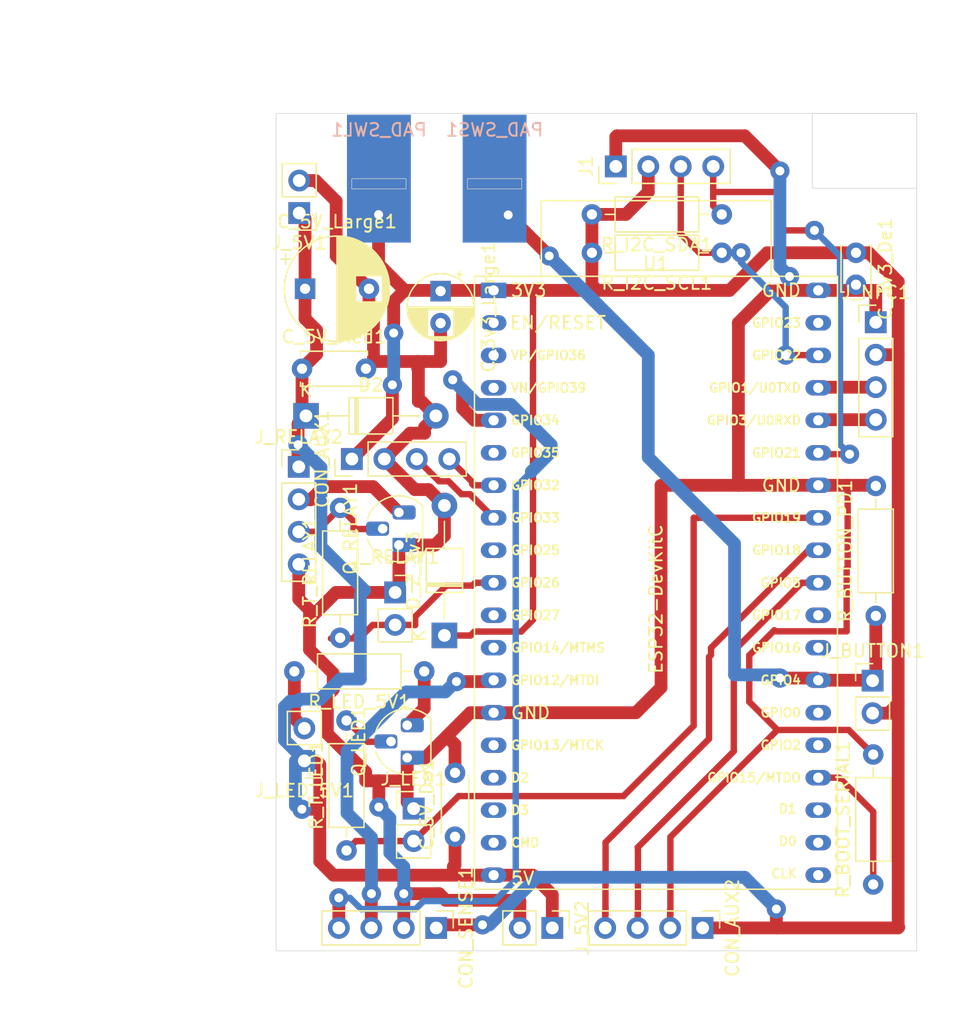
<source format=kicad_pcb>
(kicad_pcb (version 20240108) (generator "pcbnew") (generator_version "8.0")
  (layers (0 "F.Cu" signal) (31 "B.Cu" signal) (34 "B.Paste" user) (35 "F.Paste" user) (36 "B.SilkS" user "B.Silkscreen") (37 "F.SilkS" user "F.Silkscreen") (38 "B.Mask" user) (39 "F.Mask" user) (44 "Edge.Cuts" user))
  (net 0 "")
  (net 1 "+5V")
  (net 2 "+3V3")
  (net 3 "GND")
  (net 4 "Net-(J_RELAY2-Pin_2)")
  (net 5 "Net-(J_LED_5V1-Pin_2)")
  (net 6 "Net-(J_NFC1-Pin_4)")
  (net 7 "Net-(J_NFC1-Pin_3)")
  (net 8 "Net-(J_LED1-Pin_2)")
  (net 9 "Net-(Q_LED1-B)")
  (net 10 "Net-(Q_LED1-C)")
  (net 11 "Net-(J_RELAY2-Pin_3)")
  (net 12 "Net-(U1-MTDO{slash}GPIO15{slash}ADC2_CH3)")
  (net 13 "Net-(J1-Pin_4)")
  (net 20 "Net-(CON_AUX1-Pin_3)")
  (net 21 "Net-(J1-Pin_3)")
  (net 22 "Net-(CON_SENSE1-Pin_4)")
  (net 26 "Net-(CON_AUX1-Pin_4)")
  (net 29 "Net-(J_RELAY1-Pin_2)")
  (net 30 "Net-(J_BUTTON1-Pin_1)")
  (net 31 "Net-(CON_AUX2-Pin_3)")
  (net 32 "Net-(CON_AUX2-Pin_4)")
  (net 33 "Net-(CON_SENSE1-Pin_3)")
  (footprint "PCM_Espressif:ESP32-DevKitC" (layer "F.Cu") (at 17.070501 13.915)
    (property "Reference" "U1")
    (property "Value" "ESP32-DevKitC")
  )
  (footprint "Connector_PinSocket_2.54mm:PinSocket_1x02_P2.54mm_Vertical" (layer "F.Cu") (at 9.365501 37.53)
    (property "Reference" "J_RELAY1")
    (property "Value" "Conn_01x02_Socket")
  )
  (footprint "Resistor_THT:R_Axial_DIN0207_L6.3mm_D2.5mm_P10.16mm_Horizontal" (layer "F.Cu") (at 5.060501 41.08 90)
    (property "Reference" "R_T_RELAY1")
    (property "Value" "560R")
  )
  (footprint "Connector_PinHeader_2.54mm:PinHeader_1x04_P2.54mm_Vertical" (layer "F.Cu") (at 1.825 27.71)
    (property "Reference" "J_RELAY2")
    (property "Value" "Conn_01x02_Socket")
  )
  (footprint "Capacitor_THT:C_Disc_D5.0mm_W2.5mm_P5.00mm" (layer "F.Cu") (at 2.080501 20.04)
    (property "Reference" "C_5V_Med1")
    (property "Value" "C")
  )
  (footprint "Capacitor_THT:C_Disc_D4.3mm_W1.9mm_P5.00mm" (layer "F.Cu") (at 14.05 56.63 90)
    (property "Reference" "C_5V_De1")
    (property "Value" "C")
  )
  (footprint "Connector_PinHeader_2.54mm:PinHeader_1x04_P2.54mm_Vertical" (layer "F.Cu") (at 33.420501 63.76 -90)
    (property "Reference" "CON_AUX2")
    (property "Value" "Conn_01x04_Socket")
  )
  (footprint "Capacitor_THT:CP_Radial_D5.0mm_P2.50mm" (layer "F.Cu") (at 12.920501 13.975 -90)
    (property "Reference" "C_3v3_Large1")
    (property "Value" "C_Polarized")
  )
  (footprint "Resistor_THT:R_Axial_DIN0207_L6.3mm_D2.5mm_P10.16mm_Horizontal" (layer "F.Cu") (at 34.920501 10.975 180)
    (property "Reference" "R_I2C_SCL1")
    (property "Value" "R")
  )
  (footprint "Resistor_THT:R_Axial_DIN0207_L6.3mm_D2.5mm_P10.16mm_Horizontal" (layer "F.Cu") (at 46.970501 39.365 90)
    (property "Reference" "R_BUTTON_PD1")
    (property "Value" "10kR")
  )
  (footprint "Capacitor_THT:CP_Radial_D8.0mm_P5.00mm" (layer "F.Cu") (at 2.31785 13.79)
    (property "Reference" "C_5V_Large1")
    (property "Value" "1000uf")
  )
  (footprint "Resistor_THT:R_Axial_DIN0207_L6.3mm_D2.5mm_P10.16mm_Horizontal" (layer "F.Cu") (at 46.770501 60.36 90)
    (property "Reference" "R_BOOT_SERIAL1")
    (property "Value" "10kR")
  )
  (footprint "Connector_PinHeader_2.54mm:PinHeader_1x02_P2.54mm_Vertical" (layer "F.Cu") (at 2.260501 50.7 180)
    (property "Reference" "J_LED_5V1")
    (property "Value" "Conn_01x02_Socket")
  )
  (footprint "Connector_PinHeader_2.54mm:PinHeader_1x02_P2.54mm_Vertical" (layer "F.Cu") (at 1.860501 7.87 180)
    (property "Reference" "J_5V1")
    (property "Value" "Conn_01x02_Socket")
  )
  (footprint "Resistor_THT:R_Axial_DIN0207_L6.3mm_D2.5mm_P10.16mm_Horizontal" (layer "F.Cu") (at 5.560501 57.705 90)
    (property "Reference" "R_T_LED1")
    (property "Value" "560R")
  )
  (footprint "Connector_PinHeader_2.54mm:PinHeader_1x04_P2.54mm_Vertical" (layer "F.Cu") (at 12.580501 63.76 -90)
    (property "Reference" "CON_SENSE1")
    (property "Value" "Conn_01x04_Socket")
  )
  (footprint "Capacitor_THT:C_Disc_D3.4mm_W2.1mm_P2.50mm" (layer "F.Cu") (at 45.420501 10.975 -90)
    (property "Reference" "C_3v3_De1")
    (property "Value" "C")
  )
  (footprint "Resistor_THT:R_Axial_DIN0207_L6.3mm_D2.5mm_P10.16mm_Horizontal" (layer "F.Cu") (at 11.640501 43.705 180)
    (property "Reference" "R_LED_5V1")
    (property "Value" "330R")
  )
  (footprint "Resistor_THT:R_Axial_DIN0207_L6.3mm_D2.5mm_P10.16mm_Horizontal" (layer "F.Cu") (at 34.920501 7.975 180)
    (property "Reference" "R_I2C_SDA1")
    (property "Value" "R")
  )
  (footprint "Connector_PinHeader_2.54mm:PinHeader_1x02_P2.54mm_Vertical" (layer "F.Cu") (at 10.810501 54.43)
    (property "Reference" "J_LED1")
    (property "Value" "Conn_01x02_Socket")
  )
  (footprint "Connector_PinHeader_2.54mm:PinHeader_1x04_P2.54mm_Vertical" (layer "F.Cu") (at 26.630501 4.225 90)
    (property "Reference" "J1")
    (property "Value" "CON_I2C")
  )
  (footprint "Connector_PinHeader_2.54mm:PinHeader_1x04_P2.54mm_Vertical" (layer "F.Cu") (at 46.970501 16.405)
    (property "Reference" "J_NFC1")
    (property "Value" "Conn_01x04_Socket")
  )
  (footprint "Package_TO_SOT_THT:TO-92L_HandSolder" (layer "F.Cu") (at 10.310501 50.455 90)
    (property "Reference" "Q_LED1")
    (property "Value" "PN2222A")
  )
  (footprint "Connector_PinHeader_2.54mm:PinHeader_1x04_P2.54mm_Vertical" (layer "F.Cu") (at 5.980501 27.1 90)
    (property "Reference" "CON_AUX1")
    (property "Value" "Conn_01x04_Socket")
  )
  (footprint "Diode_THT:D_T-1_P10.16mm_Horizontal" (layer "F.Cu") (at 2.390501 23.725)
    (property "Reference" "D2")
    (property "Value" "D_Zener")
  )
  (footprint "Connector_PinHeader_2.54mm:PinHeader_1x02_P2.54mm_Vertical" (layer "F.Cu") (at 21.660501 63.76 -90)
    (property "Reference" "J_5V2")
    (property "Value" "Conn_01x02_Socket")
  )
  (footprint "Package_TO_SOT_THT:TO-92L_HandSolder" (layer "F.Cu") (at 9.660501 33.82 90)
    (property "Reference" "Q_RELAY1")
    (property "Value" "PN2222A")
  )
  (footprint "Diode_THT:D_T-1_P10.16mm_Horizontal" (layer "F.Cu") (at 13.220501 40.89 90)
    (property "Reference" "D_Z_3v3")
    (property "Value" "D_Zener")
  )
  (footprint "Connector_PinHeader_2.54mm:PinHeader_1x02_P2.54mm_Vertical" (layer "F.Cu") (at 46.720501 44.43)
    (property "Reference" "J_BUTTON1")
    (property "Value" "Conn_01x02_Socket")
  )
  (footprint "Connector_Wire:SolderWirePad_1x01_SMD_5x10mm" (layer "B.Cu") (at 8.095501 5.18 180)
    (property "Reference" "PAD_SWL1")
    (property "Value" "Conn_01x01_Female")
  )
  (footprint "Connector_Wire:SolderWirePad_1x01_SMD_5x10mm" (layer "B.Cu") (at 17.145501 5.18 180)
    (property "Reference" "PAD_SWS1")
    (property "Value" "Conn_01x01_Female")
  )
  (gr_rect (start 42.000501 0.08) (end 50.170501 5.93) (stroke (width 0.05)) (fill none) (layer "Edge.Cuts"))
  (gr_rect (start 0.050501 0.08) (end 50.170501 65.55) (stroke (width 0.05)) (fill none) (layer "Edge.Cuts"))
  (gr_rect (start 5.970501 5.18) (end 10.220501 5.98) (stroke (width 0.05)) (fill none) (layer "Edge.Cuts"))
  (gr_rect (start 15.020501 5.18) (end 19.270501 5.98) (stroke (width 0.05)) (fill none) (layer "Edge.Cuts"))
  (segment (start 2.31785 8.327349) (end 1.860501 7.87) (width 1) (layer "F.Cu") (net 1))
  (segment (start 1.770501 25.98) (end 1.770501 24.345) (width 1) (layer "F.Cu") (net 1))
  (segment (start 2.080501 23.415) (end 2.390501 23.725) (width 1) (layer "F.Cu") (net 1))
  (segment (start 2.080501 20.04) (end 3.220501 18.9) (width 1) (layer "F.Cu") (net 1))
  (segment (start 20.125501 59.635) (end 21.660501 61.17) (width 1) (layer "F.Cu") (net 1))
  (segment (start 13.920501 59.635) (end 4.540501 59.635) (width 1) (layer "F.Cu") (net 1))
  (segment (start 1.760501 25.99) (end 1.770501 25.98) (width 1) (layer "F.Cu") (net 1))
  (segment (start 17.070501 59.635) (end 20.125501 59.635) (width 1) (layer "F.Cu") (net 1))
  (segment (start 13.920501 59.635) (end 17.070501 59.635) (width 1) (layer "F.Cu") (net 1))
  (segment (start 2.080501 20.04) (end 2.080501 23.415) (width 1) (layer "F.Cu") (net 1))
  (segment (start 1.760501 27.74) (end 1.760501 25.99) (width 1) (layer "F.Cu") (net 1))
  (segment (start 13.920501 58.975) (end 14.05 58.845501) (width 1) (layer "F.Cu") (net 1))
  (segment (start 14.05 58.845501) (end 14.05 56.63) (width 1) (layer "F.Cu") (net 1))
  (segment (start 21.660501 61.17) (end 21.660501 63.76) (width 1) (layer "F.Cu") (net 1))
  (segment (start 3.220501 17.03) (end 2.31785 16.127349) (width 1) (layer "F.Cu") (net 1))
  (segment (start 4.540501 59.635) (end 3.470501 58.565) (width 1) (layer "F.Cu") (net 1))
  (segment (start 2.31785 13.79) (end 2.31785 8.327349) (width 1) (layer "F.Cu") (net 1))
  (segment (start 3.470501 54.48) (end 3.470501 50.98) (width 1) (layer "F.Cu") (net 1))
  (segment (start 3.220501 18.9) (end 3.220501 17.03) (width 1) (layer "F.Cu") (net 1))
  (segment (start 13.920501 58.975) (end 13.920501 59.635) (width 1) (layer "F.Cu") (net 1))
  (segment (start 2.365501 23.75) (end 2.390501 23.725) (width 1) (layer "F.Cu") (net 1))
  (segment (start 3.470501 50.98) (end 3.195501 50.705) (width 1) (layer "F.Cu") (net 1))
  (segment (start 3.470501 54.48) (end 2.070501 54.48) (width 1) (layer "F.Cu") (net 1))
  (segment (start 2.078001 20.0425) (end 2.080501 20.04) (width 1) (layer "F.Cu") (net 1))
  (segment (start 2.31785 16.127349) (end 2.31785 13.79) (width 1) (layer "F.Cu") (net 1))
  (segment (start 3.470501 58.565) (end 3.470501 54.48) (width 1) (layer "F.Cu") (net 1))
  (segment (start 1.770501 24.345) (end 2.390501 23.725) (width 1) (layer "F.Cu") (net 1))
  (via (at 2.070501 54.48) (size 1.5) (drill 0.7) (layers "F.Cu" "B.Cu") (net 1))
  (via (at 1.770501 25.98) (size 1.5) (drill 0.7) (layers "F.Cu" "B.Cu") (net 1))
  (segment (start 5.070501 44.3) (end 6.640501 44.3) (width 1) (layer "B.Cu") (net 1))
  (segment (start 0.710501 49.07) (end 0.710501 46.47) (width 1) (layer "B.Cu") (net 1))
  (segment (start 6.970501 37.37) (end 3.560501 33.96) (width 1) (layer "B.Cu") (net 1))
  (segment (start 1.920501 45.87) (end 3.500501 45.87) (width 1) (layer "B.Cu") (net 1))
  (segment (start 2.260501 50.7) (end 2.260501 50.62) (width 1) (layer "B.Cu") (net 1))
  (segment (start 6.640501 37.7) (end 6.970501 37.37) (width 1) (layer "B.Cu") (net 1))
  (segment (start 3.560501 33.96) (end 3.560501 27.77) (width 1) (layer "B.Cu") (net 1))
  (segment (start 3.560501 27.77) (end 1.770501 25.98) (width 1) (layer "B.Cu") (net 1))
  (segment (start 0.710501 46.47) (end 1.140501 46.04) (width 1) (layer "B.Cu") (net 1))
  (segment (start 1.750501 46.04) (end 1.920501 45.87) (width 1) (layer "B.Cu") (net 1))
  (segment (start 1.140501 46.04) (end 1.750501 46.04) (width 1) (layer "B.Cu") (net 1))
  (segment (start 3.500501 45.87) (end 5.070501 44.3) (width 1) (layer "B.Cu") (net 1))
  (segment (start 2.260501 50.62) (end 0.710501 49.07) (width 1) (layer "B.Cu") (net 1))
  (segment (start 6.640501 44.3) (end 6.640501 37.7) (width 1) (layer "B.Cu") (net 1))
  (segment (start 1.560501 54.21) (end 1.560501 50.705) (width 1) (layer "B.Cu") (net 1))
  (segment (start 19.230501 40.59) (end 20.150501 39.67) (width 0.5) (layer "F.Cu") (net 2))
  (segment (start 48.205501 46.97) (end 48.205501 46.74) (width 1) (layer "F.Cu") (net 2))
  (segment (start 9.150501 23.93) (end 5.980501 27.1) (width 1) (layer "F.Cu") (net 2))
  (segment (start 48.720501 63.67) (end 48.760501 63.71) (width 1) (layer "F.Cu") (net 2))
  (segment (start 46.970501 18.945) (end 48.720501 18.945) (width 1) (layer "F.Cu") (net 2))
  (segment (start 39.190501 63.76) (end 39.190501 62.28) (width 1) (layer "F.Cu") (net 2))
  (segment (start 12.820501 63.52) (end 12.580501 63.76) (width 1) (layer "F.Cu") (net 2))
  (segment (start 47.720501 12.225) (end 47.670501 12.225) (width 1) (layer "F.Cu") (net 2))
  (segment (start 27.420501 7.975) (end 29.170501 6.225) (width 1) (layer "F.Cu") (net 2))
  (segment (start 8.070501 10.77) (end 8.070501 7.99) (width 1) (layer "F.Cu") (net 2))
  (segment (start 20.150501 13.915) (end 25.170501 13.915) (width 1) (layer "F.Cu") (net 2))
  (segment (start 17.070501 13.915) (end 20.150501 13.915) (width 1) (layer "F.Cu") (net 2))
  (segment (start 46.420501 10.975) (end 45.420501 10.975) (width 1) (layer "F.Cu") (net 2))
  (segment (start 16.200501 63.52) (end 12.820501 63.52) (width 1) (layer "F.Cu") (net 2))
  (segment (start 9.250501 17.25) (end 9.250501 14.775) (width 1) (layer "F.Cu") (net 2))
  (segment (start 45.420501 10.975) (end 38.470501 10.975) (width 1) (layer "F.Cu") (net 2))
  (segment (start 24.760501 10.975) (end 24.760501 7.975) (width 1) (layer "F.Cu") (net 2))
  (segment (start 48.720501 18.945) (end 48.720501 13.225) (width 1) (layer "F.Cu") (net 2))
  (segment (start 25.170501 13.915) (end 24.760501 13.505) (width 1) (layer "F.Cu") (net 2))
  (segment (start 39.190501 63.76) (end 33.420501 63.76) (width 1) (layer "F.Cu") (net 2))
  (segment (start 10.110501 13.915) (end 8.070501 11.875) (width 1) (layer "F.Cu") (net 2))
  (segment (start 48.205501 46.74) (end 48.720501 46.225) (width 1) (layer "F.Cu") (net 2))
  (segment (start 20.150501 39.67) (end 20.150501 13.915) (width 0.5) (layer "F.Cu") (net 2))
  (segment (start 48.720501 46.225) (end 48.720501 18.945) (width 1) (layer "F.Cu") (net 2))
  (segment (start 47.670501 12.225) (end 46.420501 10.975) (width 1) (layer "F.Cu") (net 2))
  (segment (start 48.720501 46.225) (end 48.720501 63.67) (width 1) (layer "F.Cu") (net 2))
  (segment (start 10.110501 13.915) (end 17.070501 13.915) (width 1) (layer "F.Cu") (net 2))
  (segment (start 15.260501 40.9) (end 15.570501 40.59) (width 0.5) (layer "F.Cu") (net 2))
  (segment (start 46.720501 46.97) (end 48.205501 46.97) (width 1) (layer "F.Cu") (net 2))
  (segment (start 48.720501 13.225) (end 47.720501 12.225) (width 1) (layer "F.Cu") (net 2))
  (segment (start 8.070501 11.875) (end 8.070501 10.77) (width 1) (layer "F.Cu") (net 2))
  (segment (start 48.710501 63.76) (end 39.190501 63.76) (width 1) (layer "F.Cu") (net 2))
  (segment (start 48.760501 63.71) (end 48.710501 63.76) (width 1) (layer "F.Cu") (net 2))
  (segment (start 15.570501 40.59) (end 19.230501 40.59) (width 0.5) (layer "F.Cu") (net 2))
  (segment (start 35.530501 13.915) (end 25.170501 13.915) (width 1) (layer "F.Cu") (net 2))
  (segment (start 38.470501 10.975) (end 35.530501 13.915) (width 1) (layer "F.Cu") (net 2))
  (segment (start 24.760501 13.505) (end 24.760501 10.975) (width 1) (layer "F.Cu") (net 2))
  (segment (start 9.150501 21.3) (end 9.150501 23.93) (width 1) (layer "F.Cu") (net 2))
  (segment (start 29.170501 6.225) (end 29.170501 4.225) (width 1) (layer "F.Cu") (net 2))
  (segment (start 9.250501 14.775) (end 10.110501 13.915) (width 1) (layer "F.Cu") (net 2))
  (segment (start 12.720501 40.9) (end 15.260501 40.9) (width 0.5) (layer "F.Cu") (net 2))
  (segment (start 24.760501 7.975) (end 27.420501 7.975) (width 1) (layer "F.Cu") (net 2))
  (via (at 8.070501 7.99) (size 1.5) (drill 0.7) (layers "F.Cu" "B.Cu") (net 2))
  (via (at 16.200501 63.52) (size 1.5) (drill 0.7) (layers "F.Cu" "B.Cu") (net 2))
  (via (at 9.150501 21.3) (size 1.5) (drill 0.7) (layers "F.Cu" "B.Cu") (net 2))
  (via (at 9.250501 17.25) (size 1.5) (drill 0.7) (layers "F.Cu" "B.Cu") (net 2))
  (via (at 39.190501 62.28) (size 1.5) (drill 0.7) (layers "F.Cu" "B.Cu") (net 2))
  (segment (start 16.740501 63.52) (end 20.460501 59.8) (width 1) (layer "B.Cu") (net 2))
  (segment (start 9.250501 17.25) (end 9.250501 21.2) (width 1) (layer "B.Cu") (net 2))
  (segment (start 36.710501 59.8) (end 39.190501 62.28) (width 1) (layer "B.Cu") (net 2))
  (segment (start 20.460501 59.8) (end 36.710501 59.8) (width 1) (layer "B.Cu") (net 2))
  (segment (start 9.250501 21.2) (end 9.150501 21.3) (width 1) (layer "B.Cu") (net 2))
  (segment (start 16.200501 63.52) (end 16.740501 63.52) (width 1) (layer "B.Cu") (net 2))
  (segment (start 36.220501 16.455) (end 38.720501 13.955) (width 1) (layer "F.Cu") (net 3))
  (segment (start 2.665501 39.6) (end 2.665501 38.895501) (width 1) (layer "F.Cu") (net 3))
  (segment (start 39.270501 48.28) (end 37.070501 46.08) (width 0.5) (layer "F.Cu") (net 3))
  (segment (start 37.070501 42.45) (end 39.030501 40.49) (width 0.5) (layer "F.Cu") (net 3))
  (segment (start 9.365501 37.53) (end 4.735501 37.53) (width 1) (layer "F.Cu") (net 3))
  (segment (start 46.970501 13.955) (end 46.970501 16.405) (width 1) (layer "F.Cu") (net 3))
  (segment (start 7.670501 16.225) (end 7.31785 15.872349) (width 1) (layer "F.Cu") (net 3))
  (segment (start 7.31785 13.79) (end 4.750501 11.222651) (width 1) (layer "F.Cu") (net 3))
  (segment (start 36.220501 29.155) (end 36.220501 16.455) (width 1) (layer "F.Cu") (net 3))
  (segment (start 26.630501 1.92) (end 26.720501 1.83) (width 1) (layer "F.Cu") (net 3))
  (segment (start 7.060501 51.58) (end 4.060501 48.58) (width 1) (layer "F.Cu") (net 3))
  (segment (start 8.520501 27.1) (end 10.910501 29.49) (width 1) (layer "F.Cu") (net 3))
  (segment (start 36.720501 1.83) (end 39.470501 4.58) (width 1) (layer "F.Cu") (net 3))
  (segment (start 39.510501 13.915) (end 40.220501 13.915) (width 1) (layer "F.Cu") (net 3))
  (segment (start 8.520501 27.1) (end 10.540501 25.08) (width 1) (layer "F.Cu") (net 3))
  (segment (start 12.470501 33.84) (end 12.450501 33.82) (width 1) (layer "F.Cu") (net 3))
  (segment (start 11.415501 22.59) (end 11.180501 22.59) (width 1) (layer "F.Cu") (net 3))
  (segment (start 36.220501 29.155) (end 42.470501 29.155) (width 1) (layer "F.Cu") (net 3))
  (segment (start 2.665501 42.005) (end 4.520501 43.86) (width 1) (layer "F.Cu") (net 3))
  (segment (start 11.670501 24.605) (end 12.550501 23.725) (width 1) (layer "F.Cu") (net 3))
  (segment (start 10.040501 61.085) (end 12.815501 61.085) (width 1) (layer "F.Cu") (net 3))
  (segment (start 2.665501 39.6) (end 2.665501 42.005) (width 1) (layer "F.Cu") (net 3))
  (segment (start 11.130501 19.475) (end 11.130501 20.02) (width 1) (layer "F.Cu") (net 3))
  (segment (start 13.330501 61.6) (end 19.010501 61.6) (width 1) (layer "F.Cu") (net 3))
  (segment (start 3.140501 5.33) (end 1.860501 5.33) (width 1) (layer "F.Cu") (net 3))
  (segment (start 30.900501 62.32) (end 30.880501 62.34) (width 0.5) (layer "F.Cu") (net 3))
  (segment (start 39.270501 48.28) (end 30.900501 56.65) (width 0.5) (layer "F.Cu") (net 3))
  (segment (start 11.670501 19.475) (end 12.920501 19.475) (width 1) (layer "F.Cu") (net 3))
  (segment (start 13.220501 30.73) (end 13.220501 33.09) (width 1) (layer "F.Cu") (net 3))
  (segment (start 42.470501 29.155) (end 44.770501 29.155) (width 1) (layer "F.Cu") (net 3))
  (segment (start 19.010501 61.6) (end 19.040501 61.57) (width 1) (layer "F.Cu") (net 3))
  (segment (start 39.030501 40.49) (end 39.110501 40.57) (width 0.5) (layer "F.Cu") (net 3))
  (segment (start 4.520501 43.86) (end 4.520501 45.13) (width 1) (layer "F.Cu") (net 3))
  (segment (start 7.31785 15.872349) (end 7.31785 13.79) (width 1) (layer "F.Cu") (net 3))
  (segment (start 30.170501 44.965) (end 28.200501 46.935) (width 1) (layer "F.Cu") (net 3))
  (segment (start 7.670501 19.475) (end 7.645501 19.475) (width 1) (layer "F.Cu") (net 3))
  (segment (start 11.670501 25.08) (end 11.670501 24.605) (width 1) (layer "F.Cu") (net 3))
  (segment (start 30.170501 29.155) (end 30.170501 44.965) (width 1) (layer "F.Cu") (net 3))
  (segment (start 9.660501 37.235) (end 9.365501 37.53) (width 1) (layer "F.Cu") (net 3))
  (segment (start 13.920501 48.975) (end 13.920501 48.255) (width 0.3) (layer "F.Cu") (net 3))
  (segment (start 44.850501 48.28) (end 39.270501 48.28) (width 0.5) (layer "F.Cu") (net 3))
  (segment (start 46.770501 50.2) (end 44.850501 48.28) (width 0.5) (layer "F.Cu") (net 3))
  (segment (start 30.900501 62.76) (end 30.890501 62.77) (width 0.5) (layer "F.Cu") (net 3))
  (segment (start 44.770501 29.155) (end 46.920501 29.155) (width 1) (layer "F.Cu") (net 3))
  (segment (start 10.540501 25.08) (end 11.670501 25.08) (width 1) (layer "F.Cu") (net 3))
  (segment (start 19.040501 61.57) (end 19.120501 61.65) (width 1) (layer "F.Cu") (net 3))
  (segment (start 13.47275 48.85275) (end 14.05 49.43) (width 1) (layer "F.Cu") (net 3))
  (segment (start 11.720501 50.455) (end 10.310501 50.455) (width 1) (layer "F.Cu") (net 3))
  (segment (start 42.470501 13.915) (end 46.930501 13.915) (width 1) (layer "F.Cu") (net 3))
  (segment (start 13.920501 48.255) (end 13.933001 48.2425) (width 0.3) (layer "F.Cu") (net 3))
  (segment (start 9.660501 33.82) (end 9.660501 37.235) (width 1) (layer "F.Cu") (net 3))
  (segment (start 44.770501 35.58) (end 44.770501 29.155) (width 0.5) (layer "F.Cu") (net 3))
  (segment (start 13.220501 33.09) (end 12.470501 33.84) (width 1) (layer "F.Cu") (net 3))
  (segment (start 1.825 38.055) (end 1.825 35.33) (width 1) (layer "F.Cu") (net 3))
  (segment (start 2.665501 38.895501) (end 1.825 38.055) (width 1) (layer "F.Cu") (net 3))
  (segment (start 8.090501 52.26) (end 10.310501 52.26) (width 1) (layer "F.Cu") (net 3))
  (segment (start 8.090501 54.31) (end 8.090501 52.26) (width 1) (layer "F.Cu") (net 3))
  (segment (start 46.930501 13.915) (end 46.970501 13.955) (width 1) (layer "F.Cu") (net 3))
  (segment (start 26.630501 4.225) (end 26.630501 1.92) (width 1) (layer "F.Cu") (net 3))
  (segment (start 40.220501 13.915) (end 42.470501 13.915) (width 1) (layer "F.Cu") (net 3))
  (segment (start 13.933001 48.2425) (end 13.47275 48.70275) (width 1) (layer "F.Cu") (net 3))
  (segment (start 8.090501 52.26) (end 7.060501 52.26) (width 1) (layer "F.Cu") (net 3))
  (segment (start 30.880501 62.34) (end 30.880501 63.76) (width 0.5) (layer "F.Cu") (net 3))
  (segment (start 37.070501 46.08) (end 37.070501 42.45) (width 0.5) (layer "F.Cu") (net 3))
  (segment (start 38.720501 13.955) (end 39.470501 13.955) (width 1) (layer "F.Cu") (net 3))
  (segment (start 10.310501 53.93) (end 10.810501 54.43) (width 1) (layer "F.Cu") (net 3))
  (segment (start 12.550501 23.725) (end 11.415501 22.59) (width 1) (layer "F.Cu") (net 3))
  (segment (start 11.130501 20.02) (end 11.180501 20.07) (width 1) (layer "F.Cu") (net 3))
  (segment (start 44.690501 35.66) (end 44.770501 35.58) (width 0.5) (layer "F.Cu") (net 3))
  (segment (start 30.170501 29.155) (end 36.220501 29.155) (width 1) (layer "F.Cu") (net 3))
  (segment (start 4.750501 6.94) (end 3.140501 5.33) (width 1) (layer "F.Cu") (net 3))
  (segment (start 46.920501 29.155) (end 46.970501 29.205) (width 1) (layer "F.Cu") (net 3))
  (segment (start 4.750501 11.222651) (end 4.750501 6.94) (width 1) (layer "F.Cu") (net 3))
  (segment (start 30.900501 56.65) (end 30.900501 62.32) (width 0.5) (layer "F.Cu") (net 3))
  (segment (start 4.060501 45.59) (end 4.520501 45.13) (width 1) (layer "F.Cu") (net 3))
  (segment (start 19.120501 61.65) (end 19.120501 63.76) (width 1) (layer "F.Cu") (net 3))
  (segment (start 4.735501 37.53) (end 2.665501 39.6) (width 1) (layer "F.Cu") (net 3))
  (segment (start 13.47275 48.70275) (end 11.720501 50.455) (width 1) (layer "F.Cu") (net 3))
  (segment (start 12.920501 19.475) (end 12.920501 16.475) (width 1) (layer "F.Cu") (net 3))
  (segment (start 17.070501 46.935) (end 15.240501 46.935) (width 1) (layer "F.Cu") (net 3))
  (segment (start 14.05 49.43) (end 14.05 51.63) (width 1) (layer "F.Cu") (net 3))
  (segment (start 7.670501 16.225) (end 7.670501 19.475) (width 1) (layer "F.Cu") (net 3))
  (segment (start 12.450501 33.82) (end 9.660501 33.82) (width 1) (layer "F.Cu") (net 3))
  (segment (start 7.645501 19.475) (end 7.080501 20.04) (width 1) (layer "F.Cu") (net 3))
  (segment (start 39.470501 13.955) (end 39.510501 13.915) (width 1) (layer "F.Cu") (net 3))
  (segment (start 10.310501 50.455) (end 10.310501 52.26) (width 1) (layer "F.Cu") (net 3))
  (segment (start 14.470501 47.705) (end 13.933001 48.2425) (width 1) (layer "F.Cu") (net 3))
  (segment (start 10.910501 29.49) (end 11.980501 29.49) (width 1) (layer "F.Cu") (net 3))
  (segment (start 28.200501 46.935) (end 17.070501 46.935) (width 1) (layer "F.Cu") (net 3))
  (segment (start 39.110501 40.57) (end 44.690501 40.57) (width 0.5) (layer "F.Cu") (net 3))
  (segment (start 40.220501 12.83) (end 40.220501 13.915) (width 1) (layer "F.Cu") (net 3))
  (segment (start 7.670501 19.475) (end 11.130501 19.475) (width 1) (layer "F.Cu") (net 3))
  (segment (start 10.310501 52.26) (end 10.310501 53.93) (width 1) (layer "F.Cu") (net 3))
  (segment (start 11.980501 29.49) (end 13.220501 30.73) (width 1) (layer "F.Cu") (net 3))
  (segment (start 26.720501 1.83) (end 36.720501 1.83) (width 1) (layer "F.Cu") (net 3))
  (segment (start 11.180501 22.59) (end 11.180501 20.07) (width 1) (layer "F.Cu") (net 3))
  (segment (start 13.47275 48.70275) (end 13.47275 48.85275) (width 1) (layer "F.Cu") (net 3))
  (segment (start 10.040501 63.76) (end 10.040501 61.085) (width 1) (layer "F.Cu") (net 3))
  (segment (start 12.815501 61.085) (end 13.330501 61.6) (width 1) (layer "F.Cu") (net 3))
  (segment (start 15.240501 46.935) (end 14.470501 47.705) (width 1) (layer "F.Cu") (net 3))
  (segment (start 11.130501 19.475) (end 11.670501 19.475) (width 1) (layer "F.Cu") (net 3))
  (segment (start 44.690501 40.57) (end 44.690501 35.66) (width 0.5) (layer "F.Cu") (net 3))
  (segment (start 4.060501 48.58) (end 4.060501 45.59) (width 1) (layer "F.Cu") (net 3))
  (segment (start 7.060501 52.26) (end 7.060501 51.58) (width 1) (layer "F.Cu") (net 3))
  (segment (start 30.900501 62.32) (end 30.900501 62.76) (width 0.5) (layer "F.Cu") (net 3))
  (via (at 8.090501 54.31) (size 1.5) (drill 0.7) (layers "F.Cu" "B.Cu") (net 3))
  (via (at 39.470501 4.58) (size 1.5) (drill 0.7) (layers "F.Cu" "B.Cu") (net 3))
  (via (at 40.220501 12.83) (size 1.5) (drill 0.7) (layers "F.Cu" "B.Cu") (net 3))
  (via (at 10.040501 61.085) (size 1.5) (drill 0.7) (layers "F.Cu" "B.Cu") (net 3))
  (segment (start 8.950501 57.89) (end 8.950501 55.17) (width 1) (layer "B.Cu") (net 3))
  (segment (start 8.950501 55.17) (end 8.090501 54.31) (width 1) (layer "B.Cu") (net 3))
  (segment (start 10.040501 58.98) (end 8.950501 57.89) (width 1) (layer "B.Cu") (net 3))
  (segment (start 10.040501 61.085) (end 10.040501 58.98) (width 1) (layer "B.Cu") (net 3))
  (segment (start 39.470501 4.58) (end 39.470501 12.08) (width 1) (layer "B.Cu") (net 3))
  (segment (start 39.470501 12.08) (end 40.220501 12.83) (width 1) (layer "B.Cu") (net 3))
  (segment (start 9.660501 31.28) (end 7.640501 29.26) (width 1) (layer "F.Cu") (net 4))
  (segment (start 2.770501 30.28) (end 1.760501 30.28) (width 1) (layer "F.Cu") (net 4))
  (segment (start 7.640501 29.26) (end 3.790501 29.26) (width 1) (layer "F.Cu") (net 4))
  (segment (start 3.790501 29.26) (end 2.770501 30.28) (width 1) (layer "F.Cu") (net 4))
  (segment (start 1.480501 47.38) (end 2.260501 48.16) (width 1) (layer "F.Cu") (net 5))
  (segment (start 1.480501 43.705) (end 1.480501 47.38) (width 1) (layer "F.Cu") (net 5))
  (segment (start 46.970501 24.025) (end 42.520501 24.025) (width 1) (layer "F.Cu") (net 6))
  (segment (start 42.520501 24.025) (end 42.470501 24.075) (width 1) (layer "F.Cu") (net 6))
  (segment (start 46.970501 21.485) (end 42.520501 21.485) (width 1) (layer "F.Cu") (net 7))
  (segment (start 42.520501 21.485) (end 42.470501 21.535) (width 1) (layer "F.Cu") (net 7))
  (segment (start 14.325501 53.455) (end 27.220501 53.455) (width 0.5) (layer "F.Cu") (net 8))
  (segment (start 32.730501 31.695) (end 42.470501 31.695) (width 0.5) (layer "F.Cu") (net 8))
  (segment (start 10.810501 56.97) (end 14.325501 53.455) (width 0.5) (layer "F.Cu") (net 8))
  (segment (start 32.720501 47.955) (end 32.720501 31.705) (width 0.5) (layer "F.Cu") (net 8))
  (segment (start 32.720501 31.705) (end 32.730501 31.695) (width 0.5) (layer "F.Cu") (net 8))
  (segment (start 6.295501 56.97) (end 5.560501 57.705) (width 0.5) (layer "F.Cu") (net 8))
  (segment (start 27.220501 53.455) (end 32.720501 47.955) (width 0.5) (layer "F.Cu") (net 8))
  (segment (start 10.810501 56.97) (end 6.295501 56.97) (width 0.5) (layer "F.Cu") (net 8))
  (segment (start 5.560501 47.545) (end 7.220501 49.205) (width 0.5) (layer "F.Cu") (net 9))
  (segment (start 9.020501 49.205) (end 9.040501 49.185) (width 0.5) (layer "F.Cu") (net 9))
  (segment (start 7.220501 49.205) (end 9.020501 49.205) (width 0.5) (layer "F.Cu") (net 9))
  (segment (start 11.640501 43.705) (end 11.640501 46.585) (width 1) (layer "F.Cu") (net 10))
  (segment (start 11.640501 46.585) (end 10.310501 47.915) (width 1) (layer "F.Cu") (net 10))
  (segment (start 6.115501 32.57) (end 6.115501 31.975) (width 0.5) (layer "F.Cu") (net 11))
  (segment (start 7.845501 32.55) (end 7.825501 32.57) (width 0.5) (layer "F.Cu") (net 11))
  (segment (start 3.200501 32.78) (end 3.15 32.78) (width 0.5) (layer "F.Cu") (net 11))
  (segment (start 3.14 32.79) (end 1.825 32.79) (width 0.5) (layer "F.Cu") (net 11))
  (segment (start 6.115501 31.975) (end 5.060501 30.92) (width 0.5) (layer "F.Cu") (net 11))
  (segment (start 5.060501 30.92) (end 3.200501 32.78) (width 0.5) (layer "F.Cu") (net 11))
  (segment (start 3.15 32.78) (end 3.14 32.79) (width 0.5) (layer "F.Cu") (net 11))
  (segment (start 7.825501 32.57) (end 6.115501 32.57) (width 0.5) (layer "F.Cu") (net 11))
  (segment (start 42.470501 52.015) (end 44.105501 52.015) (width 0.5) (layer "F.Cu") (net 12))
  (segment (start 46.770501 54.68) (end 46.770501 60.36) (width 0.5) (layer "F.Cu") (net 12))
  (segment (start 44.105501 52.015) (end 46.770501 54.68) (width 0.5) (layer "F.Cu") (net 12))
  (segment (start 44.920501 26.725) (end 42.580501 26.725) (width 0.5) (layer "F.Cu") (net 13))
  (segment (start 39.670501 6.225) (end 34.250501 6.225) (width 0.5) (layer "F.Cu") (net 13))
  (segment (start 34.920501 7.975) (end 34.250501 7.305) (width 0.5) (layer "F.Cu") (net 13))
  (segment (start 42.580501 26.725) (end 42.470501 26.615) (width 0.5) (layer "F.Cu") (net 13))
  (segment (start 39.670501 9.225) (end 39.670501 6.225) (width 0.5) (layer "F.Cu") (net 13))
  (segment (start 42.170501 9.225) (end 39.670501 9.225) (width 0.5) (layer "F.Cu") (net 13))
  (segment (start 34.250501 4.225) (end 34.250501 6.225) (width 0.5) (layer "F.Cu") (net 13))
  (segment (start 34.250501 6.225) (end 34.250501 7.305) (width 0.5) (layer "F.Cu") (net 13))
  (via (at 42.170501 9.225) (size 1.5) (drill 0.7) (layers "F.Cu" "B.Cu") (net 13))
  (via (at 44.920501 26.725) (size 1.5) (drill 0.7) (layers "F.Cu" "B.Cu") (net 13))
  (segment (start 44.170501 25.975) (end 44.920501 26.725) (width 0.5) (layer "B.Cu") (net 13))
  (segment (start 42.170501 9.225) (end 44.170501 11.225) (width 0.5) (layer "B.Cu") (net 13))
  (segment (start 44.170501 11.225) (end 44.170501 25.975) (width 0.5) (layer "B.Cu") (net 13))
  (segment (start 14.550501 29.85) (end 15.225501 29.85) (width 0.5) (layer "F.Cu") (net 20))
  (segment (start 15.225501 29.85) (end 17.070501 31.695) (width 0.5) (layer "F.Cu") (net 20))
  (segment (start 12.800501 28.84) (end 11.060501 27.1) (width 0.5) (layer "F.Cu") (net 20))
  (segment (start 13.540501 28.84) (end 12.800501 28.84) (width 0.5) (layer "F.Cu") (net 20))
  (segment (start 14.550501 29.85) (end 13.540501 28.84) (width 0.5) (layer "F.Cu") (net 20))
  (segment (start 34.920501 10.975) (end 36.420501 10.975) (width 0.5) (layer "F.Cu") (net 21))
  (segment (start 31.710501 9.435) (end 31.710501 4.225) (width 0.5) (layer "F.Cu") (net 21))
  (segment (start 33.170501 10.975) (end 31.670501 9.475) (width 0.5) (layer "F.Cu") (net 21))
  (segment (start 31.670501 9.475) (end 31.710501 9.435) (width 0.5) (layer "F.Cu") (net 21))
  (segment (start 42.450501 18.975) (end 42.470501 18.995) (width 0.5) (layer "F.Cu") (net 21))
  (segment (start 39.920501 18.975) (end 42.450501 18.975) (width 0.5) (layer "F.Cu") (net 21))
  (segment (start 34.920501 10.975) (end 33.170501 10.975) (width 0.5) (layer "F.Cu") (net 21))
  (via (at 36.420501 10.975) (size 1.5) (drill 0.7) (layers "F.Cu" "B.Cu") (net 21))
  (via (at 39.920501 18.975) (size 1.5) (drill 0.7) (layers "F.Cu" "B.Cu") (net 21))
  (segment (start 36.420501 11.725) (end 39.920501 15.225) (width 0.5) (layer "B.Cu") (net 21))
  (segment (start 39.920501 15.225) (end 39.920501 18.975) (width 0.5) (layer "B.Cu") (net 21))
  (segment (start 36.420501 10.975) (end 36.420501 11.725) (width 0.5) (layer "B.Cu") (net 21))
  (segment (start 17.070501 24.075) (end 15.565501 24.075) (width 1) (layer "F.Cu") (net 22))
  (segment (start 14.640501 21.68) (end 13.870501 20.91) (width 1) (layer "F.Cu") (net 22))
  (segment (start 4.960501 63.76) (end 4.960501 61.41) (width 1) (layer "F.Cu") (net 22))
  (segment (start 15.565501 24.075) (end 14.640501 23.15) (width 1) (layer "F.Cu") (net 22))
  (segment (start 14.640501 23.15) (end 14.640501 21.68) (width 1) (layer "F.Cu") (net 22))
  (via (at 4.960501 61.41) (size 1.5) (drill 0.7) (layers "F.Cu" "B.Cu") (net 22))
  (via (at 13.870501 20.91) (size 1.5) (drill 0.7) (layers "F.Cu" "B.Cu") (net 22))
  (segment (start 21.570501 25.99) (end 21.570501 26.54) (width 1) (layer "B.Cu") (net 22))
  (segment (start 18.800501 60) (end 18.800501 29.31) (width 0.5) (layer "B.Cu") (net 22))
  (segment (start 11.590501 61.66) (end 17.140501 61.66) (width 0.5) (layer "B.Cu") (net 22))
  (segment (start 5.830501 61.41) (end 6.705501 62.285) (width 0.5) (layer "B.Cu") (net 22))
  (segment (start 21.570501 26.54) (end 20.020501 28.09) (width 1) (layer "B.Cu") (net 22))
  (segment (start 6.705501 62.285) (end 10.965501 62.285) (width 0.5) (layer "B.Cu") (net 22))
  (segment (start 17.140501 61.66) (end 18.800501 60) (width 0.5) (layer "B.Cu") (net 22))
  (segment (start 15.795501 22.835) (end 18.415501 22.835) (width 1) (layer "B.Cu") (net 22))
  (segment (start 13.870501 20.91) (end 15.795501 22.835) (width 1) (layer "B.Cu") (net 22))
  (segment (start 10.965501 62.285) (end 11.590501 61.66) (width 0.5) (layer "B.Cu") (net 22))
  (segment (start 18.800501 29.31) (end 20.020501 28.09) (width 0.5) (layer "B.Cu") (net 22))
  (segment (start 18.415501 22.835) (end 21.570501 25.99) (width 1) (layer "B.Cu") (net 22))
  (segment (start 4.960501 61.41) (end 5.830501 61.41) (width 0.5) (layer "B.Cu") (net 22))
  (segment (start 13.600501 27.1) (end 15.400501 28.9) (width 0.5) (layer "F.Cu") (net 26))
  (segment (start 15.495501 29.155) (end 17.070501 29.155) (width 0.5) (layer "F.Cu") (net 26))
  (segment (start 15.400501 28.9) (end 15.400501 29.06) (width 0.5) (layer "F.Cu") (net 26))
  (segment (start 15.400501 29.06) (end 15.495501 29.155) (width 0.5) (layer "F.Cu") (net 26))
  (segment (start 13.365501 36.995) (end 10.930501 39.43) (width 0.5) (layer "F.Cu") (net 29))
  (segment (start 17.070501 36.775) (end 15.630501 36.775) (width 0.5) (layer "F.Cu") (net 29))
  (segment (start 10.920501 40.07) (end 9.365501 40.07) (width 0.5) (layer "F.Cu") (net 29))
  (segment (start 10.930501 40.08) (end 10.920501 40.07) (width 0.5) (layer "F.Cu") (net 29))
  (segment (start 7.615501 40.07) (end 6.865501 40.82) (width 0.5) (layer "F.Cu") (net 29))
  (segment (start 10.930501 39.43) (end 10.930501 40.08) (width 0.5) (layer "F.Cu") (net 29))
  (segment (start 6.365501 40.82) (end 6.055501 41.13) (width 0.5) (layer "F.Cu") (net 29))
  (segment (start 9.365501 40.07) (end 7.615501 40.07) (width 0.5) (layer "F.Cu") (net 29))
  (segment (start 15.410501 36.995) (end 13.365501 36.995) (width 0.5) (layer "F.Cu") (net 29))
  (segment (start 15.630501 36.775) (end 15.410501 36.995) (width 0.5) (layer "F.Cu") (net 29))
  (segment (start 6.865501 40.82) (end 6.365501 40.82) (width 0.5) (layer "F.Cu") (net 29))
  (segment (start 17.060501 36.785) (end 17.070501 36.775) (width 0.5) (layer "F.Cu") (net 29))
  (segment (start 6.055501 41.13) (end 4.340501 41.13) (width 0.5) (layer "F.Cu") (net 29))
  (segment (start 46.970501 39.365) (end 46.970501 41.705) (width 1) (layer "F.Cu") (net 30))
  (segment (start 46.685501 44.395) (end 46.720501 44.43) (width 1) (layer "F.Cu") (net 30))
  (segment (start 39.470501 44.225) (end 42.300501 44.225) (width 1) (layer "F.Cu") (net 30))
  (segment (start 46.970501 44.18) (end 46.720501 44.43) (width 1) (layer "F.Cu") (net 30))
  (segment (start 42.300501 44.225) (end 42.470501 44.395) (width 1) (layer "F.Cu") (net 30))
  (segment (start 18.213001 8.0175) (end 21.420501 11.225) (width 1) (layer "F.Cu") (net 30))
  (segment (start 46.970501 41.705) (end 46.970501 44.18) (width 1) (layer "F.Cu") (net 30))
  (segment (start 42.470501 44.395) (end 46.685501 44.395) (width 1) (layer "F.Cu") (net 30))
  (via (at 18.213001 8.0175) (size 1.5) (drill 0.7) (layers "F.Cu" "B.Cu") (net 30))
  (via (at 21.420501 11.225) (size 1.5) (drill 0.7) (layers "F.Cu" "B.Cu") (net 30))
  (via (at 39.470501 44.225) (size 1.5) (drill 0.7) (layers "F.Cu" "B.Cu") (net 30))
  (segment (start 39.220501 43.975) (end 39.470501 44.225) (width 1) (layer "B.Cu") (net 30))
  (segment (start 29.170501 26.975) (end 35.920501 33.725) (width 1) (layer "B.Cu") (net 30))
  (segment (start 29.170501 18.975) (end 29.170501 26.975) (width 1) (layer "B.Cu") (net 30))
  (segment (start 35.920501 33.725) (end 35.920501 43.975) (width 1) (layer "B.Cu") (net 30))
  (segment (start 35.920501 43.975) (end 39.220501 43.975) (width 1) (layer "B.Cu") (net 30))
  (segment (start 21.420501 11.225) (end 29.170501 18.975) (width 1) (layer "B.Cu") (net 30))
  (segment (start 42.470501 36.775) (end 41.185501 36.775) (width 0.5) (layer "F.Cu") (net 31))
  (segment (start 28.360501 57.49) (end 28.360501 62.48) (width 0.5) (layer "F.Cu") (net 31))
  (segment (start 28.340501 62.5) (end 28.340501 63.76) (width 0.5) (layer "F.Cu") (net 31))
  (segment (start 28.340501 57.47) (end 28.360501 57.49) (width 0.5) (layer "F.Cu") (net 31))
  (segment (start 35.860501 42.1) (end 35.860501 49.95) (width 0.5) (layer "F.Cu") (net 31))
  (segment (start 41.185501 36.775) (end 35.860501 42.1) (width 0.5) (layer "F.Cu") (net 31))
  (segment (start 28.360501 62.48) (end 28.340501 62.5) (width 0.5) (layer "F.Cu") (net 31))
  (segment (start 28.360501 62.76) (end 28.350501 62.77) (width 0.5) (layer "F.Cu") (net 31))
  (segment (start 35.860501 49.95) (end 28.340501 57.47) (width 0.5) (layer "F.Cu") (net 31))
  (segment (start 28.360501 62.48) (end 28.360501 62.76) (width 0.5) (layer "F.Cu") (net 31))
  (segment (start 42.470501 34.235) (end 41.705501 34.235) (width 0.5) (layer "F.Cu") (net 32))
  (segment (start 25.820501 60.4) (end 25.820501 62.21) (width 0.5) (layer "F.Cu") (net 32))
  (segment (start 25.800501 62.53) (end 25.800501 63.76) (width 0.5) (layer "F.Cu") (net 32))
  (segment (start 25.820501 62.76) (end 25.810501 62.77) (width 0.5) (layer "F.Cu") (net 32))
  (segment (start 25.820501 62.21) (end 25.820501 62.76) (width 0.5) (layer "F.Cu") (net 32))
  (segment (start 33.920501 42.58) (end 33.920501 48.98) (width 0.5) (layer "F.Cu") (net 32))
  (segment (start 25.820501 62.51) (end 25.800501 62.53) (width 0.5) (layer "F.Cu") (net 32))
  (segment (start 33.920501 48.98) (end 25.830501 57.07) (width 0.5) (layer "F.Cu") (net 32))
  (segment (start 34.080501 41.86) (end 34.080501 42.42) (width 0.5) (layer "F.Cu") (net 32))
  (segment (start 41.705501 34.235) (end 34.080501 41.86) (width 0.5) (layer "F.Cu") (net 32))
  (segment (start 25.830501 57.07) (end 25.830501 60.39) (width 0.5) (layer "F.Cu") (net 32))
  (segment (start 34.080501 42.42) (end 33.920501 42.58) (width 0.5) (layer "F.Cu") (net 32))
  (segment (start 25.820501 62.21) (end 25.820501 62.51) (width 0.5) (layer "F.Cu") (net 32))
  (segment (start 25.830501 60.39) (end 25.820501 60.4) (width 0.5) (layer "F.Cu") (net 32))
  (segment (start 14.160501 44.5) (end 16.965501 44.5) (width 1) (layer "F.Cu") (net 33))
  (segment (start 7.510501 61.085) (end 7.500501 61.095) (width 1) (layer "F.Cu") (net 33))
  (segment (start 7.500501 61.095) (end 7.500501 63.76) (width 1) (layer "F.Cu") (net 33))
  (segment (start 16.965501 44.5) (end 17.070501 44.395) (width 1) (layer "F.Cu") (net 33))
  (via (at 7.510501 61.085) (size 1.5) (drill 0.7) (layers "F.Cu" "B.Cu") (net 33))
  (via (at 14.160501 44.5) (size 1.5) (drill 0.7) (layers "F.Cu" "B.Cu") (net 33))
  (segment (start 7.510501 56.69) (end 5.600501 54.78) (width 1) (layer "B.Cu") (net 33))
  (segment (start 10.229023 45.31) (end 13.290501 45.31) (width 1) (layer "B.Cu") (net 33))
  (segment (start 5.600501 54.78) (end 5.600501 49.938522) (width 1) (layer "B.Cu") (net 33))
  (segment (start 7.510501 61.085) (end 7.510501 56.69) (width 1) (layer "B.Cu") (net 33))
  (segment (start 14.200501 44.4) (end 14.200501 44.46) (width 1) (layer "B.Cu") (net 33))
  (segment (start 13.290501 45.31) (end 14.200501 44.4) (width 1) (layer "B.Cu") (net 33))
  (segment (start 5.600501 49.938522) (end 10.229023 45.31) (width 1) (layer "B.Cu") (net 33))
  (segment (start 14.200501 44.46) (end 14.160501 44.5) (width 1) (layer "B.Cu") (net 33))
)
</source>
